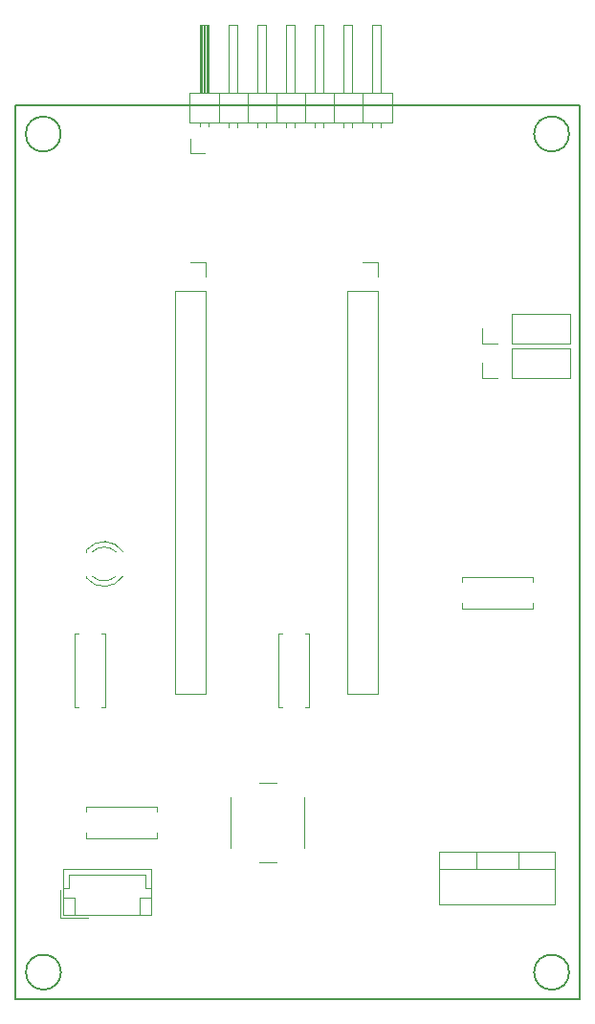
<source format=gbr>
%TF.GenerationSoftware,KiCad,Pcbnew,6.0.2+dfsg-1*%
%TF.CreationDate,2023-08-01T17:34:41-03:00*%
%TF.ProjectId,donatello,646f6e61-7465-46c6-9c6f-2e6b69636164,rev?*%
%TF.SameCoordinates,Original*%
%TF.FileFunction,Legend,Top*%
%TF.FilePolarity,Positive*%
%FSLAX46Y46*%
G04 Gerber Fmt 4.6, Leading zero omitted, Abs format (unit mm)*
G04 Created by KiCad (PCBNEW 6.0.2+dfsg-1) date 2023-08-01 17:34:41*
%MOMM*%
%LPD*%
G01*
G04 APERTURE LIST*
%TA.AperFunction,Profile*%
%ADD10C,0.160000*%
%TD*%
%ADD11C,0.120000*%
G04 APERTURE END LIST*
D10*
X139400328Y-71219670D02*
X139400328Y-150219670D01*
X93456443Y-147867437D02*
G75*
G03*
X93456443Y-147867437I-1550000J0D01*
G01*
X89400328Y-71219670D02*
X139400328Y-71219670D01*
X138439136Y-147875714D02*
G75*
G03*
X138439136Y-147875714I-1550000J0D01*
G01*
X89400328Y-150219670D02*
X89400328Y-71219670D01*
X138440765Y-73714788D02*
G75*
G03*
X138440765Y-73714788I-1550000J0D01*
G01*
X89400328Y-150219670D02*
X139400328Y-150219670D01*
X93439227Y-73723012D02*
G75*
G03*
X93439227Y-73723012I-1550000J0D01*
G01*
D11*
%TO.C,J6*%
X104842000Y-72728000D02*
X122742000Y-72728000D01*
X116712000Y-73125071D02*
X116712000Y-72728000D01*
X114172000Y-73125071D02*
X114172000Y-72728000D01*
X117602000Y-72728000D02*
X117602000Y-70068000D01*
X110872000Y-70068000D02*
X110872000Y-64068000D01*
X111632000Y-73125071D02*
X111632000Y-72728000D01*
X106332000Y-70068000D02*
X106332000Y-64068000D01*
X105792000Y-73058000D02*
X105792000Y-72728000D01*
X109092000Y-73125071D02*
X109092000Y-72728000D01*
X122742000Y-72728000D02*
X122742000Y-70068000D01*
X108332000Y-64068000D02*
X109092000Y-64068000D01*
X106172000Y-75438000D02*
X104902000Y-75438000D01*
X105852000Y-70068000D02*
X105852000Y-64068000D01*
X119252000Y-64068000D02*
X119252000Y-70068000D01*
X121792000Y-73125071D02*
X121792000Y-72728000D01*
X104842000Y-70068000D02*
X104842000Y-72728000D01*
X113412000Y-73125071D02*
X113412000Y-72728000D01*
X107442000Y-72728000D02*
X107442000Y-70068000D01*
X115952000Y-73125071D02*
X115952000Y-72728000D01*
X114172000Y-64068000D02*
X114172000Y-70068000D01*
X109982000Y-72728000D02*
X109982000Y-70068000D01*
X121792000Y-64068000D02*
X121792000Y-70068000D01*
X104902000Y-75438000D02*
X104902000Y-74168000D01*
X113412000Y-64068000D02*
X114172000Y-64068000D01*
X108332000Y-73125071D02*
X108332000Y-72728000D01*
X106092000Y-70068000D02*
X106092000Y-64068000D01*
X115062000Y-72728000D02*
X115062000Y-70068000D01*
X116712000Y-64068000D02*
X116712000Y-70068000D01*
X118492000Y-70068000D02*
X118492000Y-64068000D01*
X118492000Y-64068000D02*
X119252000Y-64068000D01*
X110872000Y-64068000D02*
X111632000Y-64068000D01*
X105792000Y-70068000D02*
X105792000Y-64068000D01*
X115952000Y-70068000D02*
X115952000Y-64068000D01*
X120142000Y-72728000D02*
X120142000Y-70068000D01*
X122742000Y-70068000D02*
X104842000Y-70068000D01*
X106552000Y-73058000D02*
X106552000Y-72728000D01*
X105792000Y-64068000D02*
X106552000Y-64068000D01*
X110872000Y-73125071D02*
X110872000Y-72728000D01*
X118492000Y-73125071D02*
X118492000Y-72728000D01*
X121032000Y-64068000D02*
X121792000Y-64068000D01*
X109092000Y-64068000D02*
X109092000Y-70068000D01*
X119252000Y-73125071D02*
X119252000Y-72728000D01*
X121032000Y-73125071D02*
X121032000Y-72728000D01*
X112522000Y-72728000D02*
X112522000Y-70068000D01*
X105972000Y-70068000D02*
X105972000Y-64068000D01*
X115952000Y-64068000D02*
X116712000Y-64068000D01*
X121032000Y-70068000D02*
X121032000Y-64068000D01*
X113412000Y-70068000D02*
X113412000Y-64068000D01*
X111632000Y-64068000D02*
X111632000Y-70068000D01*
X106212000Y-70068000D02*
X106212000Y-64068000D01*
X106452000Y-70068000D02*
X106452000Y-64068000D01*
X108332000Y-70068000D02*
X108332000Y-64068000D01*
X106552000Y-64068000D02*
X106552000Y-70068000D01*
%TO.C,J3*%
X118812000Y-87630000D02*
X118812000Y-123250000D01*
X118812000Y-87630000D02*
X121472000Y-87630000D01*
X118812000Y-123250000D02*
X121472000Y-123250000D01*
X120142000Y-85030000D02*
X121472000Y-85030000D01*
X121472000Y-85030000D02*
X121472000Y-86360000D01*
X121472000Y-87630000D02*
X121472000Y-123250000D01*
%TO.C,C1*%
X101966000Y-133695000D02*
X101966000Y-133250000D01*
X95726000Y-133695000D02*
X95726000Y-133250000D01*
X101966000Y-135990000D02*
X101966000Y-135545000D01*
X95726000Y-135990000D02*
X95726000Y-135545000D01*
X101966000Y-135990000D02*
X95726000Y-135990000D01*
X101966000Y-133250000D02*
X95726000Y-133250000D01*
%TO.C,U1*%
X126960000Y-137192000D02*
X137200000Y-137192000D01*
X126960000Y-137192000D02*
X126960000Y-141833000D01*
X130230000Y-137192000D02*
X130230000Y-138702000D01*
X133931000Y-137192000D02*
X133931000Y-138702000D01*
X126960000Y-138702000D02*
X137200000Y-138702000D01*
X137200000Y-137192000D02*
X137200000Y-141833000D01*
X126960000Y-141833000D02*
X137200000Y-141833000D01*
%TO.C,J2*%
X103572000Y-123250000D02*
X106232000Y-123250000D01*
X104902000Y-85030000D02*
X106232000Y-85030000D01*
X103572000Y-87630000D02*
X103572000Y-123250000D01*
X103572000Y-87630000D02*
X106232000Y-87630000D01*
X106232000Y-87630000D02*
X106232000Y-123250000D01*
X106232000Y-85030000D02*
X106232000Y-86360000D01*
%TO.C,J4*%
X132095000Y-92262000D02*
X130765000Y-92262000D01*
X130765000Y-92262000D02*
X130765000Y-90932000D01*
X138505000Y-92262000D02*
X138505000Y-89602000D01*
X133365000Y-92262000D02*
X133365000Y-89602000D01*
X133365000Y-89602000D02*
X138505000Y-89602000D01*
X133365000Y-92262000D02*
X138505000Y-92262000D01*
%TO.C,D1*%
X95717000Y-112840000D02*
X95717000Y-112996000D01*
X95717000Y-110524000D02*
X95717000Y-110680000D01*
X96236039Y-112840000D02*
G75*
G03*
X98318130Y-112839837I1040961J1080000D01*
G01*
X98949335Y-110681392D02*
G75*
G03*
X95717000Y-110524484I-1672335J-1078609D01*
G01*
X98318130Y-110680163D02*
G75*
G03*
X96236039Y-110680000I-1041130J-1079837D01*
G01*
X95717000Y-112995516D02*
G75*
G03*
X98949335Y-112838608I1560000J1235517D01*
G01*
%TO.C,C2*%
X128960000Y-113375000D02*
X128960000Y-112930000D01*
X135200000Y-115670000D02*
X128960000Y-115670000D01*
X128960000Y-115670000D02*
X128960000Y-115225000D01*
X135200000Y-115670000D02*
X135200000Y-115225000D01*
X135200000Y-113375000D02*
X135200000Y-112930000D01*
X135200000Y-112930000D02*
X128960000Y-112930000D01*
%TO.C,J5*%
X138505000Y-95310000D02*
X138505000Y-92650000D01*
X133365000Y-95310000D02*
X138505000Y-95310000D01*
X132095000Y-95310000D02*
X130765000Y-95310000D01*
X133365000Y-95310000D02*
X133365000Y-92650000D01*
X130765000Y-95310000D02*
X130765000Y-93980000D01*
X133365000Y-92650000D02*
X138505000Y-92650000D01*
%TO.C,R1*%
X115416000Y-117888000D02*
X115416000Y-124428000D01*
X112676000Y-124428000D02*
X113006000Y-124428000D01*
X115416000Y-124428000D02*
X115086000Y-124428000D01*
X113006000Y-117888000D02*
X112676000Y-117888000D01*
X115086000Y-117888000D02*
X115416000Y-117888000D01*
X112676000Y-117888000D02*
X112676000Y-124428000D01*
%TO.C,J1*%
X93696000Y-141272000D02*
X94696000Y-141272000D01*
X100916000Y-139252000D02*
X100916000Y-140462000D01*
X94196000Y-139252000D02*
X100916000Y-139252000D01*
X93696000Y-140462000D02*
X94196000Y-140462000D01*
X100416000Y-141272000D02*
X100416000Y-142772000D01*
X101416000Y-138752000D02*
X93696000Y-138752000D01*
X93696000Y-138752000D02*
X93696000Y-142772000D01*
X93396000Y-140572000D02*
X93396000Y-143072000D01*
X93696000Y-142772000D02*
X101416000Y-142772000D01*
X100916000Y-140462000D02*
X101416000Y-140462000D01*
X94696000Y-141272000D02*
X94696000Y-142772000D01*
X93396000Y-143072000D02*
X95896000Y-143072000D01*
X101416000Y-141272000D02*
X100416000Y-141272000D01*
X101416000Y-142772000D02*
X101416000Y-138752000D01*
X94196000Y-140462000D02*
X94196000Y-139252000D01*
%TO.C,R2*%
X94642000Y-117888000D02*
X94642000Y-124428000D01*
X97052000Y-117888000D02*
X97382000Y-117888000D01*
X97382000Y-117888000D02*
X97382000Y-124428000D01*
X94972000Y-117888000D02*
X94642000Y-117888000D01*
X94642000Y-124428000D02*
X94972000Y-124428000D01*
X97382000Y-124428000D02*
X97052000Y-124428000D01*
%TO.C,SW1*%
X108510000Y-132370000D02*
X108510000Y-136870000D01*
X115010000Y-136870000D02*
X115010000Y-132370000D01*
X112510000Y-131120000D02*
X111010000Y-131120000D01*
X111010000Y-138120000D02*
X112510000Y-138120000D01*
%TD*%
M02*

</source>
